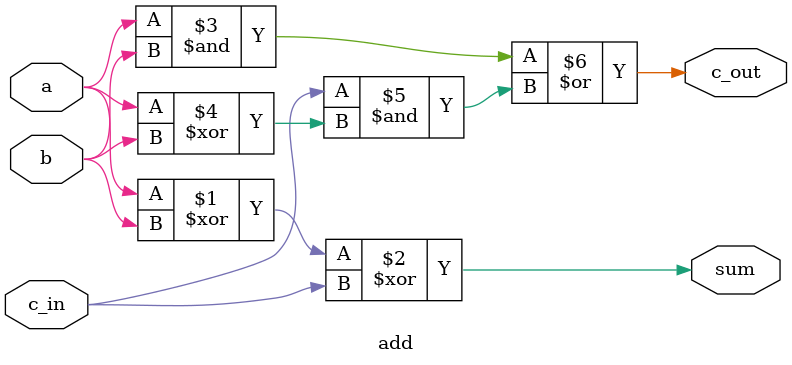
<source format=sv>

module add (
    input logic a,
    input logic b,
    input logic c_in,
    output logic c_out,
    output logic sum
);
    assign sum = a ^ b ^ c_in;
    assign c_out = (a & b) | (c_in & (a ^ b));
endmodule

</source>
